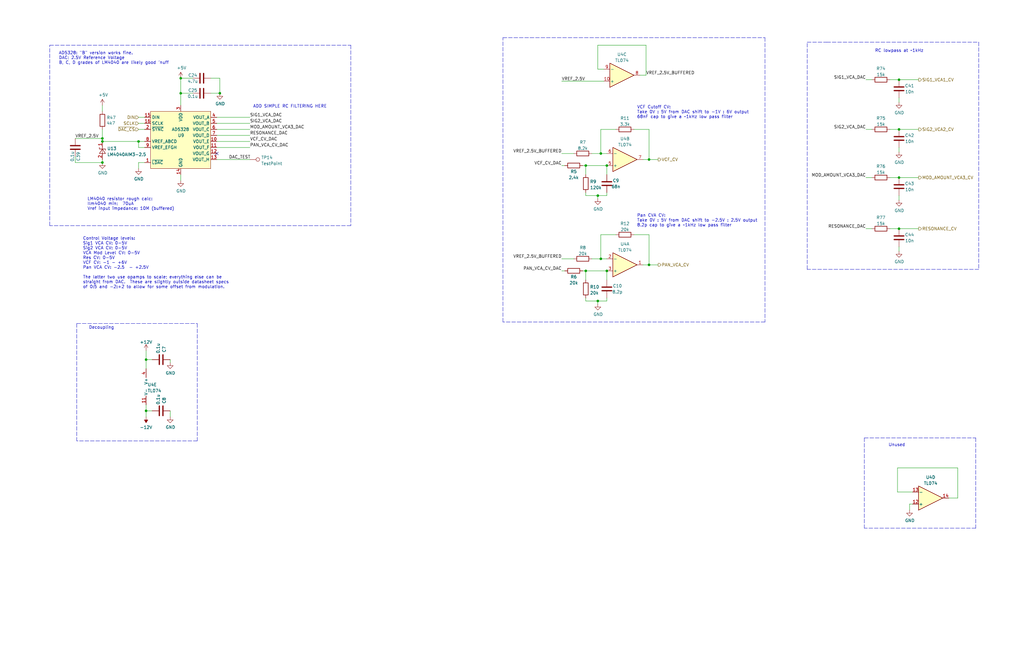
<source format=kicad_sch>
(kicad_sch (version 20211123) (generator eeschema)
  (paper "B")
  (title_block (title "Z3372 Signal Processing") (rev "0.1") (company "Zoxnoxious Engineering"))
  (lib_symbols
    (symbol "Amplifier_Operational:TL074" (pin_names (offset 0.127))
      (property "Reference" "U" (at 0 5.08 0))
      (property "Value" "TL074" (at 0 -5.08 0))
      (symbol "TL074_1_1"
        (polyline (pts (xy -5.08 5.08) (xy 5.08 0) (xy -5.08 -5.08) (xy -5.08 5.08)) (stroke (width 0.254)) (fill (type background)))
        (pin output line (at 7.62 0 180) (length 2.54) (name "~") (number "1"))
        (pin input line (at -7.62 -2.54 0) (length 2.54) (name "-") (number "2"))
        (pin input line (at -7.62 2.54 0) (length 2.54) (name "+") (number "3"))
      )
      (symbol "TL074_2_1"
        (polyline (pts (xy -5.08 5.08) (xy 5.08 0) (xy -5.08 -5.08) (xy -5.08 5.08)) (stroke (width 0.254)) (fill (type background)))
        (pin input line (at -7.62 2.54 0) (length 2.54) (name "+") (number "5"))
        (pin input line (at -7.62 -2.54 0) (length 2.54) (name "-") (number "6"))
        (pin output line (at 7.62 0 180) (length 2.54) (name "~") (number "7"))
      )
      (symbol "TL074_3_1"
        (polyline (pts (xy -5.08 5.08) (xy 5.08 0) (xy -5.08 -5.08) (xy -5.08 5.08)) (stroke (width 0.254)) (fill (type background)))
        (pin input line (at -7.62 2.54 0) (length 2.54) (name "+") (number "10"))
        (pin output line (at 7.62 0 180) (length 2.54) (name "~") (number "8"))
        (pin input line (at -7.62 -2.54 0) (length 2.54) (name "-") (number "9"))
      )
      (symbol "TL074_4_1"
        (polyline (pts (xy -5.08 5.08) (xy 5.08 0) (xy -5.08 -5.08) (xy -5.08 5.08)) (stroke (width 0.254)) (fill (type background)))
        (pin input line (at -7.62 2.54 0) (length 2.54) (name "+") (number "12"))
        (pin input line (at -7.62 -2.54 0) (length 2.54) (name "-") (number "13"))
        (pin output line (at 7.62 0 180) (length 2.54) (name "~") (number "14"))
      )
      (symbol "TL074_5_1"
        (pin power_in line (at -2.54 -7.62 90) (length 3.81) (name "V-") (number "11"))
        (pin power_in line (at -2.54 7.62 270) (length 3.81) (name "V+") (number "4"))
      )
    )
    (symbol "Connector:TestPoint" (pin_numbers hide) (pin_names (offset 0.762) hide)
      (property "Reference" "TP" (at 0 6.858 0))
      (property "Value" "TestPoint" (at 0 5.08 0))
      (symbol "TestPoint_0_1"
        (circle (center 0 3.302) (radius 0.762))
      )
      (symbol "TestPoint_1_1"
        (pin passive line (at 0 0 90) (length 2.54) (name "1") (number "1"))
      )
    )
    (symbol "Device:C" (pin_numbers hide) (pin_names (offset 0.254))
      (property "Reference" "C" (at 0.635 2.54 0))
      (property "Value" "C" (at 0.635 -2.54 0))
      (symbol "C_0_1"
        (polyline (pts (xy -2.032 -0.762) (xy 2.032 -0.762)) (stroke (width 0.508)))
        (polyline (pts (xy -2.032 0.762) (xy 2.032 0.762)) (stroke (width 0.508)))
      )
      (symbol "C_1_1"
        (pin passive line (at 0 3.81 270) (length 2.794) (name "~") (number "1"))
        (pin passive line (at 0 -3.81 90) (length 2.794) (name "~") (number "2"))
      )
    )
    (symbol "Device:R" (pin_numbers hide) (pin_names (offset 0))
      (property "Reference" "R" (at 2.032 0 90))
      (property "Value" "R" (at 0 0 90))
      (symbol "R_0_1"
        (rectangle (start -1.016 -2.54) (end 1.016 2.54) (stroke (width 0.254)))
      )
      (symbol "R_1_1"
        (pin passive line (at 0 3.81 270) (length 1.27) (name "~") (number "1"))
        (pin passive line (at 0 -3.81 90) (length 1.27) (name "~") (number "2"))
      )
    )
    (symbol "Reference_Voltage:LM4040DBZ-2.5" (pin_names (offset 0.0254) hide)
      (property "Reference" "U" (at 0 2.54 0))
      (property "Value" "LM4040DBZ-2.5" (at 0 -3.175 0))
      (symbol "LM4040DBZ-2.5_0_1"
        (polyline (pts (xy -1.27 0) (xy 0 0) (xy 1.27 0)))
        (polyline (pts (xy -1.27 -1.27) (xy 0.635 0) (xy -1.27 1.27) (xy -1.27 -1.27)) (stroke (width 0.2032)))
        (polyline (pts (xy 0 -1.27) (xy 0.635 -1.27) (xy 0.635 1.27) (xy 1.27 1.27)) (stroke (width 0.2032)))
      )
      (symbol "LM4040DBZ-2.5_1_1"
        (pin passive line (at 3.81 0 180) (length 2.54) (name "K") (number "1"))
        (pin passive line (at -3.81 0 0) (length 2.54) (name "A") (number "2"))
      )
    )
    (symbol "as3372_lib:AD5328"
      (property "Reference" "U" (at 0 -2.54 0))
      (property "Value" "AD5328" (at 0 0 0))
      (symbol "AD5328_0_1"
        (rectangle (start -12.7 10.16) (end 12.7 -13.97) (stroke (width 0.1524)) (fill (type background)))
      )
      (symbol "AD5328_1_1"
        (pin input line (at -15.24 -11.43 0) (length 2.54) (name "~{LDAC}") (number "1"))
        (pin output line (at 15.24 -2.54 180) (length 2.54) (name "VOUT_E") (number "10"))
        (pin output line (at 15.24 -5.08 180) (length 2.54) (name "VOUT_F") (number "11"))
        (pin output line (at 15.24 -7.62 180) (length 2.54) (name "VOUT_G") (number "12"))
        (pin output line (at 15.24 -10.16 180) (length 2.54) (name "VOUT_H") (number "13"))
        (pin power_in line (at 0 -16.51 90) (length 2.54) (name "GND") (number "14"))
        (pin input line (at -15.24 7.62 0) (length 2.54) (name "DIN") (number "15"))
        (pin input line (at -15.24 5.08 0) (length 2.54) (name "SCLK") (number "16"))
        (pin input line (at -15.24 2.54 0) (length 2.54) (name "~{SYNC}") (number "2"))
        (pin power_in line (at 0 12.7 270) (length 2.54) (name "VDD") (number "3"))
        (pin output line (at 15.24 7.62 180) (length 2.54) (name "VOUT_A") (number "4"))
        (pin output line (at 15.24 5.08 180) (length 2.54) (name "VOUT_B") (number "5"))
        (pin output line (at 15.24 2.54 180) (length 2.54) (name "VOUT_C") (number "6"))
        (pin output line (at 15.24 0 180) (length 2.54) (name "VOUT_D") (number "7"))
        (pin input line (at -15.24 -2.54 0) (length 2.54) (name "VREF_ABCD") (number "8"))
        (pin input line (at -15.24 -5.08 0) (length 2.54) (name "VREF_EFGH") (number "9"))
      )
    )
    (symbol "power:+12V" (power) (pin_names (offset 0))
      (property "Value" "+12V" (at 0 3.556 0))
      (symbol "+12V_0_1"
        (polyline (pts (xy -0.762 1.27) (xy 0 2.54)))
        (polyline (pts (xy 0 0) (xy 0 2.54)))
        (polyline (pts (xy 0 2.54) (xy 0.762 1.27)))
      )
      (symbol "+12V_1_1"
        (pin power_in line (at 0 0 90) (length 0) hide (name "+12V") (number "1"))
      )
    )
    (symbol "power:+5V" (power) (pin_names (offset 0))
      (property "Value" "+5V" (at 0 3.556 0))
      (symbol "+5V_0_1"
        (polyline (pts (xy -0.762 1.27) (xy 0 2.54)))
        (polyline (pts (xy 0 0) (xy 0 2.54)))
        (polyline (pts (xy 0 2.54) (xy 0.762 1.27)))
      )
      (symbol "+5V_1_1"
        (pin power_in line (at 0 0 90) (length 0) hide (name "+5V") (number "1"))
      )
    )
    (symbol "power:-12V" (power) (pin_names (offset 0))
      (property "Value" "-12V" (at 0 3.81 0))
      (symbol "-12V_0_0"
        (pin power_in line (at 0 0 90) (length 0) hide (name "-12V") (number "1"))
      )
      (symbol "-12V_0_1"
        (polyline (pts (xy 0 0) (xy 0 1.27) (xy 0.762 1.27) (xy 0 2.54) (xy -0.762 1.27) (xy 0 1.27)) (fill (type outline)))
      )
    )
    (symbol "power:GND" (power) (pin_names (offset 0))
      (property "Value" "GND" (at 0 -3.81 0))
      (symbol "GND_0_1"
        (polyline (pts (xy 0 0) (xy 0 -1.27) (xy 1.27 -1.27) (xy 0 -2.54) (xy -1.27 -1.27) (xy 0 -1.27)))
      )
      (symbol "GND_1_1"
        (pin power_in line (at 0 0 270) (length 0) hide (name "GND") (number "1"))
      )
    )
  )
  (junction (at 273.685 111.76))
  (junction (at 43.18 58.42))
  (junction (at 58.42 59.69))
  (junction (at 76.2 39.37))
  (junction (at 255.905 69.85))
  (junction (at 247.015 69.85))
  (junction (at 379.095 74.93))
  (junction (at 43.18 68.58))
  (junction (at 92.71 39.37))
  (junction (at 252.095 82.55))
  (junction (at 253.365 64.77))
  (junction (at 76.2 33.02))
  (junction (at 252.095 127))
  (junction (at 273.685 67.31))
  (junction (at 379.095 96.52))
  (junction (at 61.595 151.765))
  (junction (at 255.905 114.3))
  (junction (at 379.095 33.655))
  (junction (at 253.365 109.22))
  (junction (at 43.18 59.69))
  (junction (at 379.095 54.61))
  (junction (at 247.015 114.3))
  (junction (at 61.595 173.355))
  (no_connect (at 91.44 64.77))
  (wire (pts (xy 247.015 81.28) (xy 247.015 82.55)))
  (wire (pts (xy 273.685 67.31) (xy 271.145 67.31)))
  (wire (pts (xy 91.44 54.61) (xy 105.41 54.61)))
  (polyline (pts (xy 223.52 15.875) (xy 322.58 15.875)))
  (wire (pts (xy 249.555 64.77) (xy 253.365 64.77)))
  (wire (pts (xy 247.015 114.3) (xy 255.905 114.3)))
  (wire (pts (xy 379.095 82.55) (xy 379.095 84.455)))
  (wire (pts (xy 379.095 104.14) (xy 379.095 106.045)))
  (wire (pts (xy 379.095 54.61) (xy 387.35 54.61)))
  (wire (pts (xy 247.015 127) (xy 252.095 127)))
  (wire (pts (xy 249.555 109.22) (xy 253.365 109.22)))
  (wire (pts (xy 61.595 151.765) (xy 61.595 155.575)))
  (wire (pts (xy 91.44 62.23) (xy 105.41 62.23)))
  (polyline (pts (xy 322.58 135.89) (xy 212.09 135.89)))
  (polyline (pts (xy 20.955 95.25) (xy 20.955 19.05)))
  (polyline (pts (xy 411.48 184.785) (xy 411.48 222.885)))
  (wire (pts (xy 58.42 49.53) (xy 60.96 49.53)))
  (wire (pts (xy 253.365 54.61) (xy 253.365 64.77)))
  (wire (pts (xy 252.095 19.05) (xy 272.415 19.05)))
  (polyline (pts (xy 32.385 136.525) (xy 83.185 136.525)))
  (polyline (pts (xy 212.09 15.875) (xy 223.52 15.875)))
  (wire (pts (xy 58.42 59.69) (xy 43.18 59.69)))
  (wire (pts (xy 375.285 33.655) (xy 379.095 33.655)))
  (wire (pts (xy 267.335 99.06) (xy 273.685 99.06)))
  (wire (pts (xy 255.905 118.11) (xy 255.905 114.3)))
  (wire (pts (xy 91.44 67.31) (xy 105.41 67.31)))
  (wire (pts (xy 236.855 64.77) (xy 241.935 64.77)))
  (wire (pts (xy 31.75 58.42) (xy 43.18 58.42)))
  (wire (pts (xy 247.015 114.3) (xy 247.015 118.11)))
  (wire (pts (xy 43.18 54.61) (xy 43.18 58.42)))
  (wire (pts (xy 76.2 39.37) (xy 76.2 33.02)))
  (polyline (pts (xy 340.36 113.665) (xy 340.36 17.78)))
  (polyline (pts (xy 364.49 184.785) (xy 411.48 184.785)))
  (wire (pts (xy 247.015 69.85) (xy 255.905 69.85)))
  (wire (pts (xy 92.71 33.02) (xy 88.9 33.02)))
  (polyline (pts (xy 348.615 17.78) (xy 412.75 17.78)))
  (wire (pts (xy 378.46 197.485) (xy 403.86 197.485)))
  (wire (pts (xy 365.125 96.52) (xy 367.665 96.52)))
  (polyline (pts (xy 322.58 15.875) (xy 322.58 135.89)))
  (polyline (pts (xy 412.75 17.78) (xy 412.75 113.665)))
  (wire (pts (xy 58.42 59.69) (xy 60.96 59.69)))
  (wire (pts (xy 273.685 111.76) (xy 271.145 111.76)))
  (wire (pts (xy 384.81 212.725) (xy 383.54 212.725)))
  (wire (pts (xy 236.855 69.85) (xy 238.125 69.85)))
  (wire (pts (xy 91.44 59.69) (xy 105.41 59.69)))
  (wire (pts (xy 253.365 109.22) (xy 255.905 109.22)))
  (wire (pts (xy 403.86 197.485) (xy 403.86 210.185)))
  (wire (pts (xy 253.365 99.06) (xy 253.365 109.22)))
  (wire (pts (xy 273.685 99.06) (xy 273.685 111.76)))
  (wire (pts (xy 60.96 62.23) (xy 58.42 62.23)))
  (wire (pts (xy 236.855 109.22) (xy 241.935 109.22)))
  (polyline (pts (xy 212.09 135.89) (xy 212.09 15.875)))
  (polyline (pts (xy 32.385 136.525) (xy 32.385 186.055)))
  (wire (pts (xy 252.095 29.21) (xy 252.095 19.05)))
  (wire (pts (xy 76.2 39.37) (xy 81.28 39.37)))
  (wire (pts (xy 379.095 62.23) (xy 379.095 64.135)))
  (polyline (pts (xy 340.36 17.78) (xy 348.615 17.78)))
  (wire (pts (xy 253.365 64.77) (xy 255.905 64.77)))
  (wire (pts (xy 254.635 29.21) (xy 252.095 29.21)))
  (wire (pts (xy 403.86 210.185) (xy 400.05 210.185)))
  (wire (pts (xy 245.745 114.3) (xy 247.015 114.3)))
  (polyline (pts (xy 83.185 186.055) (xy 32.385 186.055)))
  (wire (pts (xy 76.2 33.02) (xy 81.28 33.02)))
  (wire (pts (xy 61.595 173.355) (xy 64.135 173.355)))
  (wire (pts (xy 61.595 151.765) (xy 64.135 151.765)))
  (wire (pts (xy 58.42 62.23) (xy 58.42 59.69)))
  (polyline (pts (xy 83.185 136.525) (xy 83.185 186.055)))
  (wire (pts (xy 365.125 54.61) (xy 367.665 54.61)))
  (polyline (pts (xy 147.955 95.25) (xy 20.955 95.25)))
  (wire (pts (xy 61.595 173.355) (xy 61.595 175.895)))
  (wire (pts (xy 61.595 170.815) (xy 61.595 173.355)))
  (wire (pts (xy 76.2 73.66) (xy 76.2 76.2)))
  (polyline (pts (xy 364.49 184.785) (xy 364.49 222.885)))
  (wire (pts (xy 252.095 82.55) (xy 255.905 82.55)))
  (wire (pts (xy 252.095 83.82) (xy 252.095 82.55)))
  (wire (pts (xy 379.095 96.52) (xy 387.35 96.52)))
  (wire (pts (xy 58.42 52.07) (xy 60.96 52.07)))
  (wire (pts (xy 247.015 69.85) (xy 247.015 73.66)))
  (wire (pts (xy 31.75 68.58) (xy 43.18 68.58)))
  (wire (pts (xy 273.685 67.31) (xy 277.495 67.31)))
  (wire (pts (xy 58.42 68.58) (xy 58.42 71.12)))
  (wire (pts (xy 384.81 207.645) (xy 378.46 207.645)))
  (wire (pts (xy 375.285 54.61) (xy 379.095 54.61)))
  (wire (pts (xy 252.095 128.27) (xy 252.095 127)))
  (wire (pts (xy 269.875 31.75) (xy 272.415 31.75)))
  (wire (pts (xy 375.285 96.52) (xy 379.095 96.52)))
  (wire (pts (xy 76.2 39.37) (xy 76.2 44.45)))
  (wire (pts (xy 379.095 74.93) (xy 387.35 74.93)))
  (wire (pts (xy 92.71 39.37) (xy 92.71 33.02)))
  (wire (pts (xy 31.75 66.04) (xy 31.75 68.58)))
  (wire (pts (xy 267.335 54.61) (xy 273.685 54.61)))
  (wire (pts (xy 61.595 147.955) (xy 61.595 151.765)))
  (polyline (pts (xy 147.955 19.05) (xy 147.955 95.25)))
  (wire (pts (xy 252.095 127) (xy 255.905 127)))
  (polyline (pts (xy 411.48 222.885) (xy 364.49 222.885)))
  (wire (pts (xy 378.46 207.645) (xy 378.46 197.485)))
  (wire (pts (xy 91.44 52.07) (xy 105.41 52.07)))
  (wire (pts (xy 259.715 54.61) (xy 253.365 54.61)))
  (wire (pts (xy 273.685 111.76) (xy 277.495 111.76)))
  (wire (pts (xy 245.745 69.85) (xy 247.015 69.85)))
  (wire (pts (xy 71.755 151.765) (xy 71.755 153.035)))
  (wire (pts (xy 375.285 74.93) (xy 379.095 74.93)))
  (wire (pts (xy 43.18 44.45) (xy 43.18 46.99)))
  (wire (pts (xy 58.42 54.61) (xy 60.96 54.61)))
  (wire (pts (xy 88.9 39.37) (xy 92.71 39.37)))
  (wire (pts (xy 255.905 73.66) (xy 255.905 69.85)))
  (wire (pts (xy 247.015 82.55) (xy 252.095 82.55)))
  (wire (pts (xy 273.685 54.61) (xy 273.685 67.31)))
  (wire (pts (xy 91.44 57.15) (xy 105.41 57.15)))
  (wire (pts (xy 43.18 67.31) (xy 43.18 68.58)))
  (polyline (pts (xy 412.75 113.665) (xy 340.36 113.665)))
  (wire (pts (xy 236.855 114.3) (xy 238.125 114.3)))
  (wire (pts (xy 383.54 212.725) (xy 383.54 215.265)))
  (wire (pts (xy 365.125 74.93) (xy 367.665 74.93)))
  (wire (pts (xy 60.96 68.58) (xy 58.42 68.58)))
  (wire (pts (xy 272.415 19.05) (xy 272.415 31.75)))
  (wire (pts (xy 259.715 99.06) (xy 253.365 99.06)))
  (wire (pts (xy 255.905 82.55) (xy 255.905 81.28)))
  (wire (pts (xy 365.125 33.655) (xy 367.665 33.655)))
  (wire (pts (xy 91.44 49.53) (xy 105.41 49.53)))
  (wire (pts (xy 379.095 41.275) (xy 379.095 43.18)))
  (wire (pts (xy 379.095 33.655) (xy 387.35 33.655)))
  (wire (pts (xy 236.855 34.29) (xy 254.635 34.29)))
  (wire (pts (xy 255.905 127) (xy 255.905 125.73)))
  (wire (pts (xy 43.18 59.69) (xy 43.18 58.42)))
  (polyline (pts (xy 20.955 19.05) (xy 147.955 19.05)))
  (wire (pts (xy 71.755 173.355) (xy 71.755 175.895)))
  (wire (pts (xy 247.015 125.73) (xy 247.015 127)))
  (text "RC lowpass at ~1kHz" (at 368.935 22.225 0) (effects (font (size 1.27 1.27)) (justify left bottom)))
  (text "VCF Cutoff CV:\nTake 0V : 5V from DAC shift to -1V : 6V output\n68nF cap to give a ~1kHz low pass filter" (at 268.605 50.165 0) (effects (font (size 1.27 1.27)) (justify left bottom)))
  (text "Pan CVA CV:\nTake 0V : 5V from DAC shift to -2.5V : 2.5V output\n8.2p cap to give a ~1kHz low pass filter" (at 268.605 95.885 0) (effects (font (size 1.27 1.27)) (justify left bottom)))
  (text "LM4040 resistor rough calc:\nIlm4040 min:  70uA\nVref input impedance: 10M (buffered)\n" (at 36.83 88.9 0) (effects (font (size 1.27 1.27)) (justify left bottom)))
  (text "Unused" (at 374.65 188.595 0) (effects (font (size 1.27 1.27)) (justify left bottom)))
  (text "ADD SIMPLE RC FILTERING HERE" (at 106.68 45.72 0) (effects (font (size 1.27 1.27)) (justify left bottom)))
  (text "Control Voltage levels:\nSig1 VCA CV: 0-5V\nSig2 VCA CV: 0-5V\nVCA Mod Level CV: 0-5V\nRes CV: 0-5V\nVCF CV: -1 - +6V\nPan VCA CV: -2.5  - +2.5V\n\nThe latter two use opamps to scale; everything else can be\nstraight from DAC.  These are slightly outside datasheet specs\nof 0:5 and -2:+2 to allow for some offset from modulation." (at 34.925 121.92 0) (effects (font (size 1.27 1.27)) (justify left bottom)))
  (text "Decoupling" (at 37.465 139.065 0) (effects (font (size 1.27 1.27)) (justify left bottom)))
  (text "AD5328: \"B\" version works fine.\nDAC: 2.5V Reference Voltage\nB, C, D grades of LM4040 are likely good 'nuff" (at 24.765 27.305 0) (effects (font (size 1.27 1.27)) (justify left bottom)))
  (label "SIG2_VCA_DAC" (at 365.125 54.61 180))
  (label "PAN_VCA_CV_DAC" (at 236.855 114.3 180))
  (label "VREF_2.5V" (at 236.855 34.29 0))
  (label "SIG1_VCA_DAC" (at 365.125 33.655 180))
  (label "SIG2_VCA_DAC" (at 105.41 52.07 0))
  (label "PAN_VCA_CV_DAC" (at 105.41 62.23 0))
  (label "VCF_CV_DAC" (at 236.855 69.85 180))
  (label "RESONANCE_DAC" (at 105.41 57.15 0))
  (label "MOD_AMOUNT_VCA3_DAC" (at 365.125 74.93 180))
  (label "VCF_CV_DAC" (at 105.41 59.69 0))
  (label "VREF_2.5V_BUFFERED" (at 272.415 31.75 0))
  (label "SIG1_VCA_DAC" (at 105.41 49.53 0))
  (label "VREF_2.5V" (at 31.75 58.42 0))
  (label "VREF_2.5V_BUFFERED" (at 236.855 109.22 180))
  (label "MOD_AMOUNT_VCA3_DAC" (at 105.41 54.61 0))
  (label "DAC_TEST" (at 96.52 67.31 0))
  (label "VREF_2.5V_BUFFERED" (at 236.855 64.77 180))
  (label "RESONANCE_DAC" (at 365.125 96.52 180))
  (hierarchical_label "PAN_VCA_CV" (shape output) (at 277.495 111.76 0))
  (hierarchical_label "DIN" (shape input) (at 58.42 49.53 180))
  (hierarchical_label "VCF_CV" (shape output) (at 277.495 67.31 0))
  (hierarchical_label "SIG2_VCA2_CV" (shape output) (at 387.35 54.61 0))
  (hierarchical_label "~{DAC_CS}" (shape input) (at 58.42 54.61 180))
  (hierarchical_label "MOD_AMOUNT_VCA3_CV" (shape output) (at 387.35 74.93 0))
  (hierarchical_label "SIG1_VCA1_CV" (shape output) (at 387.35 33.655 0))
  (hierarchical_label "RESONANCE_CV" (shape output) (at 387.35 96.52 0))
  (hierarchical_label "SCLK" (shape input) (at 58.42 52.07 180))
  (symbol (lib_id "power:GND") (at 43.18 68.58 0) (unit 1)
    (property "Reference" "#PWR060" (effects hide))
    (property "Value" "GND" (at 43.307 72.9742 0))
  )
  (symbol (lib_id "power:+5V") (at 43.18 44.45 0) (unit 1)
    (property "Reference" "#PWR031" (effects hide))
    (property "Value" "+5V" (at 43.561 40.0558 0))
  )
  (symbol (lib_id "power:GND") (at 58.42 71.12 0) (unit 1)
    (property "Reference" "#PWR033" (effects hide))
    (property "Value" "GND" (at 58.547 75.5142 0))
  )
  (symbol (lib_id "power:GND") (at 92.71 39.37 0) (unit 1)
    (property "Reference" "#PWR034" (effects hide))
    (property "Value" "GND" (at 92.837 43.7642 0))
  )
  (symbol (lib_id "Device:C") (at 85.09 33.02 90) (unit 1)
    (property "Reference" "C24" (at 81.28 31.75 90))
    (property "Value" "4.7u" (at 81.28 34.29 90))
    (property "Footprint" "Capacitor_SMD:C_0805_2012Metric" (effects hide))
    (property "LCSC Part" "C1779" (effects hide))
  )
  (symbol (lib_id "Device:C") (at 85.09 39.37 90) (unit 1)
    (property "Reference" "C25" (at 81.28 38.1 90))
    (property "Value" "0.1u" (at 81.28 40.64 90))
    (property "Footprint" "Capacitor_SMD:C_0603_1608Metric" (effects hide))
    (property "LCSC Part" "C14663" (effects hide))
  )
  (symbol (lib_id "power:+5V") (at 76.2 33.02 0) (unit 1)
    (property "Reference" "#PWR062" (effects hide))
    (property "Value" "+5V" (at 76.581 28.6258 0))
  )
  (symbol (lib_id "Device:R") (at 43.18 50.8 0) (unit 1)
    (property "Reference" "R47" (at 44.958 49.6316 0) (effects (justify left)))
    (property "Value" "4k7" (at 44.958 51.943 0) (effects (justify left)))
    (property "Footprint" "Resistor_SMD:R_1206_3216Metric" (effects hide))
    (property "LCSC Part" "C17936" (effects hide))
  )
  (symbol (lib_id "Device:C") (at 31.75 62.23 0) (unit 1)
    (property "Reference" "C39" (at 33.02 66.04 90))
    (property "Value" "0.1u" (at 30.48 66.04 90))
    (property "Footprint" "Capacitor_SMD:C_0603_1608Metric" (effects hide))
    (property "LCSC Part" "C14663" (effects hide))
  )
  (symbol (lib_id "Device:R") (at 371.475 33.655 90) (unit 1)
    (property "Reference" "R74" (at 371.475 28.9392 90))
    (property "Value" "15k" (at 371.475 31.4761 90))
    (property "Footprint" "Resistor_SMD:R_0603_1608Metric" (effects hide))
    (property "LCSC Part" "C22809" (effects hide))
  )
  (symbol (lib_id "power:GND") (at 252.095 128.27 0) (unit 1)
    (property "Reference" "#PWR023" (effects hide))
    (property "Value" "GND" (at 252.222 132.6642 0))
  )
  (symbol (lib_id "power:GND") (at 379.095 43.18 0) (unit 1)
    (property "Reference" "#PWR088" (effects hide))
    (property "Value" "GND" (at 379.222 47.5742 0))
  )
  (symbol (lib_id "Device:R") (at 371.475 96.52 90) (unit 1)
    (property "Reference" "R77" (at 371.475 91.8042 90))
    (property "Value" "15k" (at 371.475 94.3411 90))
    (property "Footprint" "Resistor_SMD:R_0603_1608Metric" (effects hide))
    (property "LCSC Part" "C22809" (effects hide))
  )
  (symbol (lib_id "as3372_lib:AD5328") (at 76.2 57.15 0) (unit 1)
    (property "Reference" "U9" (at 74.93 57.15 0) (effects (justify left)))
    (property "Value" "AD5328" (at 72.39 54.61 0) (effects (justify left)))
    (property "Footprint" "Package_SO:TSSOP-16_4.4x5mm_P0.65mm" (effects hide))
    (property "Datasheet" "https://www.analog.com/en/products/ad5308.html" (effects hide))
    (property "LCSC Part" "C29162" (effects hide))
  )
  (symbol (lib_id "Amplifier_Operational:TL074") (at 59.055 163.195 0) (mirror y) (unit 5)
    (property "Reference" "U4" (at 62.23 162.3603 0) (effects (justify right)))
    (property "Value" "TL074" (at 62.23 164.8972 0) (effects (justify right)))
    (property "Footprint" "Package_SO:SOIC-14_3.9x8.7mm_P1.27mm" (effects hide))
    (property "Datasheet" "http://www.ti.com/lit/ds/symlink/tl071.pdf" (effects hide))
    (property "LCSC Part" "C6963" (effects hide))
  )
  (symbol (lib_id "Device:R") (at 371.475 74.93 90) (unit 1)
    (property "Reference" "R76" (at 371.475 70.2142 90))
    (property "Value" "15k" (at 371.475 72.7511 90))
    (property "Footprint" "Resistor_SMD:R_0603_1608Metric" (effects hide))
    (property "LCSC Part" "C22809" (effects hide))
  )
  (symbol (lib_id "Device:R") (at 241.935 114.3 90) (unit 1)
    (property "Reference" "R6" (at 241.935 116.84 90))
    (property "Value" "20k" (at 241.935 119.38 90))
    (property "Footprint" "Resistor_SMD:R_0603_1608Metric" (effects hide))
    (property "LCSC Part" "C4184" (effects hide))
  )
  (symbol (lib_id "power:GND") (at 71.755 175.895 0) (unit 1)
    (property "Reference" "#PWR021" (effects hide))
    (property "Value" "GND" (at 71.882 180.2892 0))
  )
  (symbol (lib_id "Device:R") (at 247.015 121.92 180) (unit 1)
    (property "Reference" "R10" (at 248.793 121.0853 0) (effects (justify right)))
    (property "Value" "20k" (at 248.793 123.6222 0) (effects (justify right)))
    (property "Footprint" "Resistor_SMD:R_0603_1608Metric" (effects hide))
    (property "LCSC Part" "C4184" (effects hide))
  )
  (symbol (lib_id "Device:R") (at 263.525 54.61 90) (unit 1)
    (property "Reference" "R11" (at 263.525 49.8942 90))
    (property "Value" "3.3k" (at 263.525 52.4311 90))
    (property "Footprint" "Resistor_SMD:R_0603_1608Metric" (effects hide))
    (property "LCSC Part" "C22978" (effects hide))
  )
  (symbol (lib_id "Amplifier_Operational:TL074") (at 263.525 67.31 0) (mirror x) (unit 2)
    (property "Reference" "U4" (at 263.525 58.5302 0))
    (property "Value" "TL074" (at 263.525 61.0671 0))
    (property "Footprint" "Package_SO:SOIC-14_3.9x8.7mm_P1.27mm" (effects hide))
    (property "Datasheet" "http://www.ti.com/lit/ds/symlink/tl071.pdf" (effects hide))
    (property "LCSC Part" "C6963" (effects hide))
  )
  (symbol (lib_id "Device:C") (at 379.095 78.74 0) (unit 1)
    (property "Reference" "C43" (at 383.54 77.47 0))
    (property "Value" "10n" (at 383.54 80.01 0))
    (property "Footprint" "Capacitor_SMD:C_0603_1608Metric" (effects hide))
    (property "LCSC Part" "C57112" (effects hide))
  )
  (symbol (lib_id "Device:C") (at 379.095 58.42 0) (unit 1)
    (property "Reference" "C42" (at 383.54 57.15 0))
    (property "Value" "10n" (at 383.54 59.69 0))
    (property "Footprint" "Capacitor_SMD:C_0603_1608Metric" (effects hide))
    (property "LCSC Part" "C57112" (effects hide))
  )
  (symbol (lib_id "power:+12V") (at 61.595 147.955 0) (unit 1)
    (property "Reference" "#PWR018" (effects hide))
    (property "Value" "+12V" (at 61.595 144.3792 0))
  )
  (symbol (lib_id "Device:C") (at 67.945 173.355 270) (unit 1)
    (property "Reference" "C8" (at 69.215 167.64 0) (effects (justify left)))
    (property "Value" "0.1u" (at 66.675 166.37 0) (effects (justify left)))
    (property "Footprint" "Capacitor_SMD:C_0603_1608Metric" (effects hide))
    (property "LCSC Part" "C14663" (effects hide))
  )
  (symbol (lib_id "power:GND") (at 379.095 106.045 0) (unit 1)
    (property "Reference" "#PWR091" (effects hide))
    (property "Value" "GND" (at 379.222 110.4392 0))
  )
  (symbol (lib_id "Device:R") (at 245.745 64.77 90) (unit 1)
    (property "Reference" "R7" (at 245.745 60.0542 90))
    (property "Value" "8.2k" (at 245.745 62.5911 90))
    (property "Footprint" "Resistor_SMD:R_0603_1608Metric" (effects hide))
    (property "LCSC Part" "C25981" (effects hide))
  )
  (symbol (lib_id "power:GND") (at 252.095 83.82 0) (unit 1)
    (property "Reference" "#PWR022" (effects hide))
    (property "Value" "GND" (at 252.222 88.2142 0))
  )
  (symbol (lib_id "Amplifier_Operational:TL074") (at 262.255 31.75 0) (mirror x) (unit 3)
    (property "Reference" "U4" (at 262.255 22.9702 0))
    (property "Value" "TL074" (at 262.255 25.5071 0))
    (property "Footprint" "Package_SO:SOIC-14_3.9x8.7mm_P1.27mm" (effects hide))
    (property "Datasheet" "http://www.ti.com/lit/ds/symlink/tl071.pdf" (effects hide))
    (property "LCSC Part" "C6963" (effects hide))
  )
  (symbol (lib_id "Device:C") (at 379.095 100.33 0) (unit 1)
    (property "Reference" "C44" (at 383.54 99.06 0))
    (property "Value" "10n" (at 383.54 101.6 0))
    (property "Footprint" "Capacitor_SMD:C_0603_1608Metric" (effects hide))
    (property "LCSC Part" "C57112" (effects hide))
  )
  (symbol (lib_id "Reference_Voltage:LM4040DBZ-2.5") (at 43.18 63.5 90) (unit 1)
    (property "Reference" "U13" (at 45.1866 62.6653 90) (effects (justify right)))
    (property "Value" "LM4040AIM3-2.5" (at 45.1866 65.2022 90) (effects (justify right)))
    (property "Footprint" "Package_TO_SOT_SMD:SOT-23" (effects hide))
    (property "Datasheet" "http://www.ti.com/lit/ds/symlink/lm4040-n.pdf" (effects hide))
    (property "LCSC Part" "C460725" (effects hide))
  )
  (symbol (lib_id "Device:C") (at 67.945 151.765 270) (unit 1)
    (property "Reference" "C7" (at 69.215 146.05 0) (effects (justify left)))
    (property "Value" "0.1u" (at 66.675 144.78 0) (effects (justify left)))
    (property "Footprint" "Capacitor_SMD:C_0603_1608Metric" (effects hide))
    (property "LCSC Part" "C14663" (effects hide))
  )
  (symbol (lib_id "power:GND") (at 383.54 215.265 0) (unit 1)
    (property "Reference" "#PWR024" (effects hide))
    (property "Value" "GND" (at 383.667 219.6592 0))
  )
  (symbol (lib_id "Amplifier_Operational:TL074") (at 392.43 210.185 0) (mirror x) (unit 4)
    (property "Reference" "U4" (at 392.43 201.4052 0))
    (property "Value" "TL074" (at 392.43 203.9421 0))
    (property "Footprint" "Package_SO:SOIC-14_3.9x8.7mm_P1.27mm" (effects hide))
    (property "Datasheet" "http://www.ti.com/lit/ds/symlink/tl071.pdf" (effects hide))
    (property "LCSC Part" "C6963" (effects hide))
  )
  (symbol (lib_id "Amplifier_Operational:TL074") (at 263.525 111.76 0) (mirror x) (unit 1)
    (property "Reference" "U4" (at 263.525 102.9802 0))
    (property "Value" "TL074" (at 263.525 105.5171 0))
    (property "Footprint" "Package_SO:SOIC-14_3.9x8.7mm_P1.27mm" (effects hide))
    (property "Datasheet" "http://www.ti.com/lit/ds/symlink/tl071.pdf" (effects hide))
    (property "LCSC Part" "C6963" (effects hide))
  )
  (symbol (lib_id "Device:C") (at 255.905 77.47 0) (unit 1)
    (property "Reference" "C9" (at 259.715 76.2 0))
    (property "Value" "68n" (at 259.715 78.74 0))
    (property "Footprint" "Capacitor_SMD:C_0603_1608Metric" (effects hide))
    (property "LCSC Part" "C31658" (effects hide))
  )
  (symbol (lib_id "power:GND") (at 379.095 84.455 0) (unit 1)
    (property "Reference" "#PWR090" (effects hide))
    (property "Value" "GND" (at 379.222 88.8492 0))
  )
  (symbol (lib_id "Device:R") (at 371.475 54.61 90) (unit 1)
    (property "Reference" "R75" (at 371.475 49.8942 90))
    (property "Value" "15k" (at 371.475 52.4311 90))
    (property "Footprint" "Resistor_SMD:R_0603_1608Metric" (effects hide))
    (property "LCSC Part" "C22809" (effects hide))
  )
  (symbol (lib_id "Device:R") (at 263.525 99.06 90) (unit 1)
    (property "Reference" "R12" (at 263.525 94.3442 90))
    (property "Value" "20k" (at 263.525 96.8811 90))
    (property "Footprint" "Resistor_SMD:R_0603_1608Metric" (effects hide))
    (property "LCSC Part" "C4184" (effects hide))
  )
  (symbol (lib_id "Connector:TestPoint") (at 105.41 67.31 270) (unit 1)
    (property "Reference" "TP14" (at 110.109 66.4753 90) (effects (justify left)))
    (property "Value" "TestPoint" (at 110.109 69.0122 90) (effects (justify left)))
    (property "Footprint" "TestPoint:TestPoint_Pad_2.0x2.0mm" (effects hide))
  )
  (symbol (lib_id "Device:R") (at 241.935 69.85 90) (unit 1)
    (property "Reference" "R5" (at 241.935 72.39 90))
    (property "Value" "2.4k" (at 241.935 74.93 90))
    (property "Footprint" "Resistor_SMD:R_0603_1608Metric" (effects hide))
    (property "LCSC Part" "C22940" (effects hide))
  )
  (symbol (lib_id "power:-12V") (at 61.595 175.895 180) (unit 1)
    (property "Reference" "#PWR019" (effects hide))
    (property "Value" "-12V" (at 61.595 180.3384 0))
  )
  (symbol (lib_id "power:GND") (at 76.2 76.2 0) (unit 1)
    (property "Reference" "#PWR063" (effects hide))
    (property "Value" "GND" (at 76.327 80.5942 0))
  )
  (symbol (lib_id "power:GND") (at 71.755 153.035 0) (unit 1)
    (property "Reference" "#PWR020" (effects hide))
    (property "Value" "GND" (at 71.882 157.4292 0))
  )
  (symbol (lib_id "Device:C") (at 255.905 121.92 0) (unit 1)
    (property "Reference" "C10" (at 260.35 120.65 0))
    (property "Value" "8.2p" (at 260.35 123.19 0))
    (property "Footprint" "Capacitor_SMD:C_0603_1608Metric" (effects hide))
    (property "LCSC Part" "C1685" (effects hide))
  )
  (symbol (lib_id "Device:R") (at 247.015 77.47 180) (unit 1)
    (property "Reference" "R9" (at 248.793 76.6353 0) (effects (justify right)))
    (property "Value" "120k" (at 248.793 79.1722 0) (effects (justify right)))
    (property "Footprint" "Resistor_SMD:R_0603_1608Metric" (effects hide))
    (property "LCSC Part" "C25808" (effects hide))
  )
  (symbol (lib_id "Device:C") (at 379.095 37.465 0) (unit 1)
    (property "Reference" "C41" (at 383.54 36.195 0))
    (property "Value" "10n" (at 383.54 38.735 0))
    (property "Footprint" "Capacitor_SMD:C_0603_1608Metric" (effects hide))
    (property "LCSC Part" "C57112" (effects hide))
  )
  (symbol (lib_id "Device:R") (at 245.745 109.22 90) (unit 1)
    (property "Reference" "R8" (at 245.745 104.5042 90))
    (property "Value" "20k" (at 245.745 107.0411 90))
    (property "Footprint" "Resistor_SMD:R_0603_1608Metric" (effects hide))
    (property "LCSC Part" "C4184" (effects hide))
  )
  (symbol (lib_id "power:GND") (at 379.095 64.135 0) (unit 1)
    (property "Reference" "#PWR089" (effects hide))
    (property "Value" "GND" (at 379.222 68.5292 0))
  )
)
</source>
